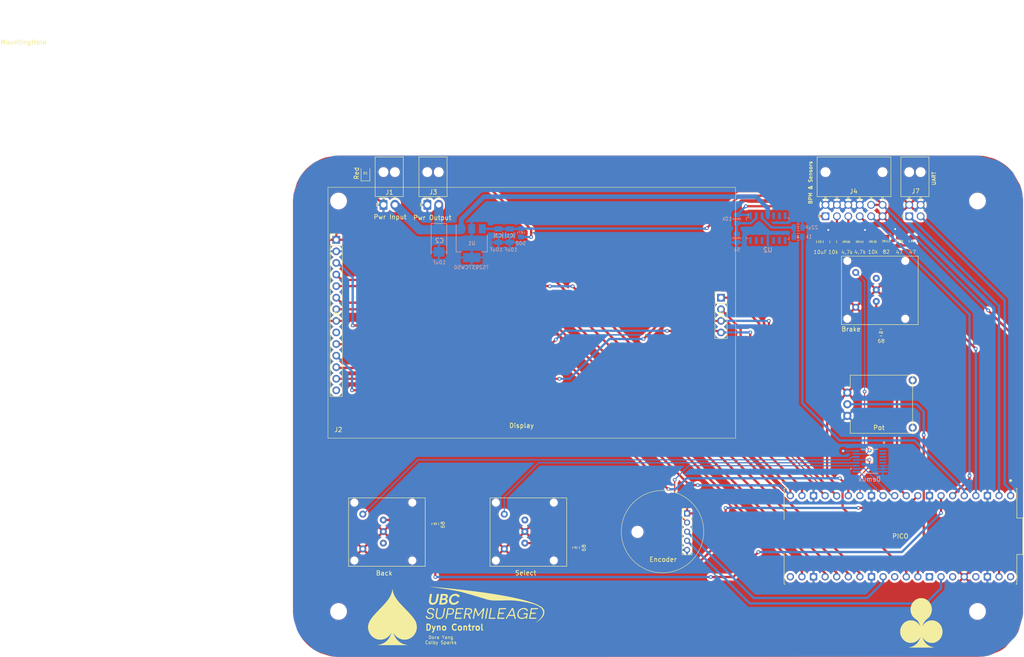
<source format=kicad_pcb>
(kicad_pcb (version 20221018) (generator pcbnew)
  (layers (0 "F.Cu" signal) (31 "B.Cu" signal) (34 "B.Paste" user) (35 "F.Paste" user) (36 "B.SilkS" user "B.Silkscreen") (37 "F.SilkS" user "F.Silkscreen") (38 "B.Mask" user) (39 "F.Mask" user) (44 "Edge.Cuts" user))
  (net 0 "")
  (net 1 "+3.3V")
  (net 2 "/UART_TX")
  (net 3 "/UART_RX")
  (net 4 "Earth")
  (net 5 "/OP_IN")
  (net 6 "/BPM_CTRL_OUT")
  (net 7 "/BTN_BRAKE")
  (net 8 "/LED_BACK")
  (net 9 "/LED_SELECT")
  (net 10 "/LED_BRAKE")
  (net 11 "/MISO_1")
  (net 12 "/SD_CS")
  (net 13 "/SCLK_1")
  (net 14 "/MOSI_1")
  (net 15 "/MISO_0")
  (net 16 "/LCD_CS")
  (net 17 "/SCLK_0")
  (net 18 "/MOSI_0")
  (net 19 "/LCD_RST")
  (net 20 "/LCD_DC")
  (net 21 "/ROT_EN_A")
  (net 23 "/FORCE_IN")
  (net 24 "/BPM_CTRL_IN")
  (net 26 "/ROT_EN_B")
  (net 29 "+5V")
  (net 31 "+24V")
  (net 32 "Net-(U2-+)")
  (net 33 "/BPM_CTRL")
  (net 34 "/FORCE_SIG")
  (net 35 "/OP_CATHODE")
  (net 36 "/OP_SIG")
  (net 37 "Net-(D1-A)")
  (net 38 "/DEMUX_S0")
  (net 39 "/DEMUX_S1")
  (net 40 "/DEMUX_OUT")
  (net 41 "/TOUCH_CS")
  (net 43 "Net-(S3-L1_Y)")
  (net 44 "Net-(U2--)")
  (net 48 "Net-(S1-L2_G)")
  (net 49 "Net-(R10-Pad1)")
  (net 50 "Net-(S2-L1_Y)")
  (net 51 "/BTN_BACK")
  (net 52 "/BTN_SELECT")
  (net 53 "/ROT_EN_SW")
  (net 54 "/KILL_SW")
  (footprint "MountingHole:MountingHole_3.2mm_M3" (layer "F.Cu") (at 72.5 132.5)
    (fp_text reference "H3")
    (fp_text value "MountingHole")
  )
  (footprint "custom_connectors:ILI9351_Large_Display" (layer "F.Cu") (at 112.386 67.002)
    (fp_text reference "J2")
    (fp_text value "Display")
  )
  (footprint "Capacitor_SMD:C_0805_2012Metric" (layer "F.Cu") (at 177.95 51.45 90)
    (fp_text reference "C5")
    (fp_text value "10uF")
  )
  (footprint "LOGO" (layer "F.Cu") (at 84.417009 133.742791)
    (fp_text reference "G***")
    (fp_text value "LOGO" hide)
  )
  (footprint "Connector_Molex:Molex_Nano-Fit_105314-xx12_2x06_P2.50mm_Horizontal" (layer "F.Cu") (at 179.19 45.845 90)
    (fp_text reference "J4")
    (fp_text value "BPM & Sensors")
  )
  (footprint "Resistor_SMD:R_0805_2012Metric" (layer "F.Cu") (at 195.354284 51.3375 90)
    (fp_text reference "R10")
    (fp_text value "47")
  )
  (footprint "MountingHole:MountingHole_3.2mm_M3" (layer "F.Cu") (at 3.475 3.475)
    (fp_text reference "H5")
    (fp_text value "MountingHole")
  )
  (footprint "Resistor_SMD:R_0805_2012Metric" (layer "F.Cu") (at 186.667142 51.45 90)
    (fp_text reference "R14")
    (fp_text value "4.7k")
  )
  (footprint "MountingHole:MountingHole_2.2mm_M2" (layer "F.Cu") (at 138 115.05)
    (fp_text reference "H6")
    (fp_text value "MountingHole")
  )
  (footprint "Connector_Molex:Molex_Nano-Fit_105314-xx04_2x02_P2.50mm_Horizontal" (layer "F.Cu") (at 197.54 45.845 90)
    (fp_text reference "J7")
    (fp_text value "UART")
  )
  (footprint "LOGO" (layer "F.Cu") (at 104.417009 131.742791)
    (fp_text reference "G***")
    (fp_text value "LOGO" hide)
  )
  (footprint "LP11EE1NCSYG:LP11EE1NCSYG" (layer "F.Cu") (at 182.695 54.595)
    (fp_text reference "S3")
    (fp_text value "Brake")
  )
  (footprint "Raspberry_Pi_Pico_W_Kicad_Files-main:MODULE_SC0918" (layer "F.Cu") (at 195.62 116 -90)
    (fp_text reference "A1")
    (fp_text value "PICO")
  )
  (footprint "Connector_Molex:Molex_Nano-Fit_105313-xx02_1x02_P2.50mm_Horizontal" (layer "F.Cu") (at 91.95 43.34 90)
    (fp_text reference "J3")
    (fp_text value "Pwr Output")
  )
  (footprint "Resistor_SMD:R_0805_2012Metric" (layer "F.Cu") (at 93.7 113.3 -90)
    (fp_text reference "R2")
    (fp_text value "68")
  )
  (footprint "Resistor_SMD:R_0805_2012Metric" (layer "F.Cu") (at 192.45857 51.3375 -90)
    (fp_text reference "R11")
    (fp_text value "82")
  )
  (footprint "LP11EE1NCSYG:LP11EE1NCSYG" (layer "F.Cu") (at 74.695 107.595)
    (fp_text reference "S1")
    (fp_text value "Back")
  )
  (footprint "Resistor_SMD:R_0805_2012Metric" (layer "F.Cu") (at 189.562856 51.435 90)
    (fp_text reference "R13")
    (fp_text value "10k")
  )
  (footprint "Resistor_SMD:R_0805_2012Metric" (layer "F.Cu") (at 191.35 71.35)
    (fp_text reference "R6")
    (fp_text value "68")
  )
  (footprint "LP11EE1NCSYG:LP11EE1NCSYG" (layer "F.Cu") (at 105.695 107.595)
    (fp_text reference "S2")
    (fp_text value "Select")
  )
  (footprint "MountingHole:MountingHole_3.2mm_M3" (layer "F.Cu") (at 72.5 42.5)
    (fp_text reference "H4")
    (fp_text value "MountingHole")
  )
  (footprint "Connector_Molex:Molex_Nano-Fit_105313-xx02_1x02_P2.50mm_Horizontal" (layer "F.Cu") (at 82.35 43.34 90)
    (fp_text reference "J1")
    (fp_text value "Pwr Input")
  )
  (footprint "MountingHole:MountingHole_3.2mm_M3" (layer "F.Cu") (at 212.5 132.5)
    (fp_text reference "H1")
    (fp_text value "MountingHole")
  )
  (footprint "custom_connectors:RotaryEncoder_Dyno" (layer "F.Cu") (at 131.693963 122.9874)
    (fp_text reference "J6")
    (fp_text value "Encoder")
  )
  (footprint "Resistor_SMD:R_0805_2012Metric" (layer "F.Cu") (at 183.771428 51.45 90)
    (fp_text reference "R16")
    (fp_text value "4.7k")
  )
  (footprint "Resistor_SMD:R_0805_2012Metric" (layer "F.Cu") (at 124.55 118.5 -90)
    (fp_text reference "R1")
    (fp_text value "68")
  )
  (footprint "Resistor_SMD:R_0805_2012Metric" (layer "F.Cu") (at 180.875714 51.45 90)
    (fp_text reference "R17")
    (fp_text value "10k")
  )
  (footprint "Resistor_SMD:R_0805_2012Metric" (layer "F.Cu") (at 198.25 51.3375 -90)
    (fp_text reference "R9")
    (fp_text value "47")
  )
  (footprint "LED_SMD:LED_0805_2012Metric" (layer "F.Cu") (at 78.4 36.4 90)
    (fp_text reference "D1")
    (fp_text value "Red")
  )
  (footprint "LOGO" (layer "F.Cu") (at 200.3 135)
    (fp_text reference "G***")
    (fp_text value "LOGO" hide)
  )
  (footprint "Potentiometer_THT:Potentiometer_Vishay_148-149_Single_Vertical_1" (layer "F.Cu") (at 184.6795 80.7262)
    (fp_text reference "RV1")
    (fp_text value "Pot")
  )
  (footprint "MountingHole:MountingHole_3.2mm_M3" (layer "F.Cu") (at 212.5 42.5)
    (fp_text reference "H2")
    (fp_text value "MountingHole")
  )
  (footprint "Resistor_SMD:R_0805_2012Metric" (layer "B.Cu") (at 159.75 50.65 -90)
    (fp_text reference "R12")
    (fp_text value "5k")
  )
  (footprint "74HC4052PW-footprints_LOCAL:TSSOP16_5P1X4P5_NEX" (layer "B.Cu") (at 188.82265 99.575002 180)
    (property "VALUE" "74HC4052")
    (fp_text reference "U3")
    (fp_text value "Demux")
  )
  (footprint "Resistor_SMD:R_0805_2012Metric" (layer "B.Cu") (at 173.2 50.35)
    (fp_text reference "R8")
    (fp_text value "1k")
  )
  (footprint "Package_TO_SOT_SMD:SOT-223-3_TabPin2" (layer "B.Cu") (at 101.675 51.75 -90)
    (fp_text reference "U1")
    (fp_text value "TS2937CW50")
  )
  (footprint "Capacitor_Tantalum_SMD:CP_EIA-6032-20_AVX-F" (layer "B.Cu") (at 94.5 51.2 -90)
    (fp_text reference "C2")
    (fp_text value "10uF")
  )
  (footprint "Capacitor_SMD:C_0805_2012Metric" (layer "B.Cu") (at 173.2 48.3)
    (fp_text reference "C4")
    (fp_text value "22uF")
  )
  (footprint "Resistor_SMD:R_0805_2012Metric" (layer "B.Cu") (at 159.8 46.45 90)
    (fp_text reference "R15")
    (fp_text value "10k")
  )
  (footprint "SOIC:SOIC-14_W3.9mm" (layer "B.Cu") (at 166.55 48.45)
    (fp_text reference "U2")
    (fp_text value "LM324")
  )
  (footprint "Capacitor_SMD:C_1206_3216Metric" (layer "B.Cu") (at 110.03 50.085 -90)
    (fp_text reference "C1")
    (fp_text value "10uF")
  )
  (footprint "Capacitor_SMD:C_1206_3216Metric" (layer "B.Cu") (at 107.545 50.085 -90)
    (fp_text reference "C3")
    (fp_text value "10uF")
  )
  (footprint "Resistor_SMD:R_0805_2012Metric" (layer "B.Cu") (at 112.5 49.47 90)
    (fp_text reference "R7")
    (fp_text value "500")
  )
  (gr_arc (start 222.5 132.5) (mid 219.571068 139.571068) (end 212.5 142.5) (stroke (width 0.05)) (layer "Edge.Cuts"))
  (gr_arc (start 72.5 142.5) (mid 65.428932 139.571068) (end 62.5 132.5) (stroke (width 0.05)) (layer "Edge.Cuts"))
  (gr_line (start 222.5 132.5) (end 222.5 42.5) (stroke (width 0.05)) (layer "Edge.Cuts"))
  (gr_line (start 72.5 142.5) (end 212.5 142.5) (stroke (width 0.05)) (layer "Edge.Cuts"))
  (gr_arc (start 212.5 32.5) (mid 219.571068 35.428932) (end 222.5 42.5) (stroke (width 0.05)) (layer "Edge.Cuts"))
  (gr_arc (start 62.5 42.5) (mid 65.428932 35.428932) (end 72.5 32.5) (stroke (width 0.05)) (layer "Edge.Cuts"))
  (gr_line (start 212.5 32.5) (end 72.5 32.5) (stroke (width 0.05)) (layer "Edge.Cuts"))
  (gr_line (start 62.5 42.5) (end 62.5 132.5) (stroke (width 0.05)) (layer "Edge.Cuts"))
  (gr_text "Dora Yang\nColby Sparks\n" (at 94.917009 138.742791) (layer "F.SilkS") (effects (font (size 0.7 0.7) (thickness 0.1))))
  (gr_text "Dyno Control\n" (at 97.917009 136) (layer "F.SilkS") (effects (font (size 1.3 1.3) (thickness 0.25))))
  (via (at 183.05 97.3) (size 0.8) (drill 0.4) (layers "F.Cu" "B.Cu") (net 1))
  (segment (start 185.8953 97.300003) (end 183.05 97.3) (width 0.2) (layer "B.Cu") (net 1))
  (segment (start 219.75 105.918) (end 219.75 107.11) (width 0.5) (layer "B.Cu") (net 2))
  (segment (start 218.45 104.618) (end 219.75 105.918) (width 0.5) (layer "B.Cu") (net 2))
  (segment (start 200.04 45.845) (end 218.45 64.255) (width 0.5) (layer "B.Cu") (net 2))
  (segment (start 218.45 64.255) (end 218.45 104.618) (width 0.5) (layer "B.Cu") (net 2))
  (segment (start 197.54 45.845) (end 217.21 65.515) (width 0.5) (layer "B.Cu") (net 3))
  (segment (start 217.21 65.515) (end 217.21 107.11) (width 0.5) (layer "B.Cu") (net 3))
  (segment (start 187.85 48.85) (end 187.85 48.8) (width 0.5) (layer "F.Cu") (net 4))
  (segment (start 195.354284 49.554284) (end 195.354284 50.425) (width 0.5) (layer "F.Cu") (net 4))
  (segment (start 187.85 48.8) (end 187.9 48.85) (width 0.5) (layer "F.Cu") (net 4))
  (segment (start 78.4 37.3375) (end 78.4 39.39) (width 0.5) (layer "F.Cu") (net 4))
  (segment (start 194.45 48.65) (end 195.354284 49.554284) (width 0.5) (layer "F.Cu") (net 4))
  (segment (start 187.9 48.85) (end 187.85 48.85) (width 0.5) (layer "F.Cu") (net 4))
  (segment (start 189.562856 50.5225) (end 189.5225 50.5225) (width 0.5) (layer "F.Cu") (net 4))
  (segment (start 179.8 48.85) (end 180.875714 49.925714) (width 0.5) (layer "F.Cu") (net 4))
  (segment (start 177.95 50.5) (end 180.838214 50.5) (width 0.5) (layer "F.Cu") (net 4))
  (segment (start 180.838214 50.5) (end 180.875714 50.5375) (width 0.25) (layer "F.Cu") (net 4))
  (segment (start 78.4 39.39) (end 82.35 43.34) (width 0.5) (layer "F.Cu") (net 4))
  (segment (start 180.875714 49.925714) (end 180.875714 50.5375) (width 0.5) (layer "F.Cu") (net 4))
  (segment (start 189.5225 50.5225) (end 187.85 48.85) (width 0.5) (layer "F.Cu") (net 4))
  (via (at 187.85 48.85) (size 0.8) (drill 0.4) (layers "F.Cu" "B.Cu") (net 4))
  (via (at 194.45 48.65) (size 0.8) (drill 0.4) (layers "F.Cu" "B.Cu") (net 4))
  (via (at 179.8 48.85) (size 0.8) (drill 0.4) (layers "F.Cu" "B.Cu") (net 4))
  (segment (start 191.75 100.550001) (end 193.199999 100.550001) (width 0.2) (layer "B.Cu") (net 4))
  (segment (start 101.675 48.6) (end 101.675 54.9) (width 0.5) (layer "B.Cu") (net 4))
  (segment (start 193.199999 100.550001) (end 193.2 100.55) (width 0.2) (layer "B.Cu") (net 4))
  (segment (start 212.107678 74.892322) (end 189.562856 52.3475) (width 0.5) (layer "F.Cu") (net 5))
  (segment (start 186.667142 52.3625) (end 189.547856 52.3625) (width 0.5) (layer "F.Cu") (net 5))
  (segment (start 189.547856 52.3625) (end 189.562856 52.3475) (width 0.5) (layer "F.Cu") (net 5))
  (via (at 212.107678 74.892322) (size 0.8) (drill 0.4) (layers "F.Cu" "B.Cu") (net 5))
  (segment (start 212.107678 74.892322) (end 212.13 74.914644) (width 0.5) (layer "B.Cu") (net 5))
  (segment (start 212.13 74.914644) (end 212.13 107.11) (width 0.5) (layer "B.Cu") (net 5))
  (segment (start 198.672 95) (end 182.3 95) (width 0.5) (layer "B.Cu") (net 6))
  (segment (start 174.1125 86.8125) (end 174.1125 50.35) (width 0.5) (layer "B.Cu") (net 6))
  (segment (start 209.59 105.918) (end 198.672 95) (width 0.5) (layer "B.Cu") (net 6))
  (segment (start 209.59 107.11) (end 209.59 105.918) (width 0.5) (layer "B.Cu") (net 6))
  (segment (start 182.3 95) (end 174.1125 86.8125) (width 0.5) (layer "B.Cu") (net 6))
  (segment (start 188.85 97.05) (end 188.85 97.2) (width 0.2) (layer "F.Cu") (net 7))
  (segment (start 187.75 84.3) (end 187.75 95.95) (width 0.2) (layer "F.Cu") (net 7))
  (segment (start 187.75 95.95) (end 188.85 97.05) (width 0.2) (layer "F.Cu") (net 7))
  (segment (start 188.8 97.15) (end 188.8 97) (width 0.2) (layer "F.Cu") (net 7))
  (segment (start 188.85 97.2) (end 188.8 97.15) (width 0.2) (layer "F.Cu") (net 7))
  (via (at 188.85 97.2) (size 0.8) (drill 0.4) (layers "F.Cu" "B.Cu") (net 7))
  (via (at 187.75 84.3) (size 0.8) (drill 0.4) (layers "F.Cu" "B.Cu") (net 7))
  (segment (start 187.75 84.3) (end 187.75 60.1) (width 0.2) (layer "B.Cu") (net 7))
  (segment (start 187.75 60.1) (end 185.815 58.165) (width 0.2) (layer "B.Cu") (net 7))
  (segment (start 188.85 97.2) (end 188.099996 97.950004) (width 0.2) (layer "B.Cu") (net 7))
  (segment (start 188.099996 97.950004) (end 185.8953 97.950004) (width 0.2) (layer "B.Cu") (net 7))
  (segment (start 93.7 124.95) (end 93.7 114.2125) (width 0.508) (layer "F.Cu") (net 8))
  (segment (start 204.5 107.12) (end 204.51 107.11) (width 0.508) (layer "F.Cu") (net 8))
  (segment (start 154.05 124.95) (end 159 124.95) (width 0.508) (layer "F.Cu") (net 8))
  (segment (start 159 124.95) (end 164.48 119.47) (width 0.508) (layer "F.Cu") (net 8))
  (segment (start 204.5 110.9) (end 204.5 107.12) (width 0.508) (layer "F.Cu") (net 8))
  (via (at 154.05 124.95) (size 0.8) (drill 0.4) (layers "F.Cu" "B.Cu") (net 8))
  (via (at 164.48 119.47) (size 0.8) (drill 0.4) (layers "F.Cu" "B.Cu") (net 8))
  (via (at 204.5 110.9) (size 0.8) (drill 0.4) (layers "F.Cu" "B.Cu") (net 8))
  (via (at 93.7 124.95) (size 0.8) (drill 0.4) (layers "F.Cu" "B.Cu") (net 8))
  (segment (start 93.7 124.95) (end 154.05 124.95) (width 0.508) (layer "B.Cu") (net 8))
  (segment (start 195.93 119.47) (end 204.5 110.9) (width 0.508) (layer "B.Cu") (net 8))
  (segment (start 164.48 119.47) (end 195.93 119.47) (width 0.508) (layer "B.Cu") (net 8))
  (segment (start 126.27 123.12) (end 124.55 121.4) (width 0.508) (layer "F.Cu") (net 9))
  (segment (start 186.4 109.8) (end 196.74 109.8) (width 0.508) (layer "F.Cu") (net 9))
  (segment (start 150.13 123.12) (end 126.27 123.12) (width 0.508) (layer "F.Cu") (net 9))
  (segment (start 157.3 109.8) (end 157.3 115.95) (width 0.508) (layer "F.Cu") (net 9))
  (segment (start 157.3 115.95) (end 150.13 123.12) (width 0.508) (layer "F.Cu") (net 9))
  (segment (start 196.74 109.8) (end 199.43 107.11) (width 0.508) (layer "F.Cu") (net 9))
  (segment (start 124.55 121.4) (end 124.55 119.625) (width 0.508) (layer "F.Cu") (net 9))
  (via (at 186.4 109.8) (size 0.8) (drill 0.4) (layers "F.Cu" "B.Cu") (net 9))
  (via (at 157.3 109.8) (size 0.8) (drill 0.4) (layers "F.Cu" "B.Cu") (net 9))
  (segment (start 186.4 109.8) (end 157.3 109.8) (width 0.508) (layer "B.Cu") (net 9))
  (segment (start 194.85 105.07) (end 196.89 107.11) (width 0.5) (layer "F.Cu") (net 10))
  (segment (start 194.85 73.9375) (end 194.85 105.07) (width 0.5) (layer "F.Cu") (net 10))
  (segment (start 192.2625 71.35) (end 194.85 73.9375) (width 0.5) (layer "F.Cu") (net 10))
  (segment (start 143.32 68.78) (end 139.4 72.7) (width 0.5) (layer "F.Cu") (net 11))
  (segment (start 166.78 68.78) (end 166.8 68.8) (width 0.5) (layer "F.Cu") (net 11))
  (segment (start 166.8 92.301881) (end 181.65 107.151881) (width 0.5) (layer "F.Cu") (net 11))
  (segment (start 120.9 81.48) (end 72 81.48) (width 0.5) (layer "F.Cu") (net 11))
  (segment (start 156.3 68.78) (end 143.32 68.78) (width 0.5) (layer "F.Cu") (net 11))
  (segment (start 166.8 68.8) (end 166.8 92.301881) (width 0.5) (layer "F.Cu") (net 11))
  (via (at 139.308307 72.761576) (size 0.8) (drill 0.4) (layers "F.Cu" "B.Cu") (net 11))
  (via (at 120.9 81.48) (size 0.8) (drill 0.4) (layers "F.Cu" "B.Cu") (net 11))
  (via (at 166.78 68.78) (size 0.8) (drill 0.4) (layers "F.Cu" "B.Cu") (net 11))
  (segment (start 120.9 81.48) (end 123.12 81.48) (width 0.5) (layer "B.Cu") (net 11))
  (segment (start 166.78 68.78) (end 156.3 68.78) (width 0.5) (layer "B.Cu") (net 11))
  (segment (start 123.12 81.48) (end 131.838424 72.761576) (width 0.5) (layer "B.Cu") (net 11))
  (segment (start 131.838424 72.761576) (end 139.308307 72.761576) (width 0.5) (layer "B.Cu") (net 11))
  (segment (start 164.7 69.4) (end 159 63.7) (width 0.5) (layer "F.Cu") (net 12))
  (segment (start 179.11 107.11) (end 164.7 92.7) (width 0.5) (layer "F.Cu") (net 12))
  (segment (start 159 63.7) (end 156.3 63.7) (width 0.5) (layer "F.Cu") (net 12))
  (segment (start 164.7 92.7) (end 164.7 69.4) (width 0.5) (layer "F.Cu") (net 12))
  (segment (start 174.03 105.43) (end 174.03 107.11) (width 0.5) (layer "F.Cu") (net 13))
  (segment (start 162.7 71.34) (end 162.7 94.1) (width 0.5) (layer "F.Cu") (net 13))
  (segment (start 162.72 71.32) (end 162.7 71.34) (width 0.5) (layer "F.Cu") (net 13))
  (segment (start 120.1 72.9) (end 119.1 73.9) (width 0.5) (layer "F.Cu") (net 13))
  (segment (start 144.5 70.95) (end 144.55 71) (width 0.5) (layer "F.Cu") (net 13))
  (segment (start 155.98 71) (end 156.3 71.32) (width 0.5) (layer "F.Cu") (net 13))
  (segment (start 119.1 73.9) (end 72.04 73.9) (width 0.5) (layer "F.Cu") (net 13))
  (segment (start 72.04 73.9) (end 72 73.86) (width 0.5) (layer "F.Cu") (net 13))
  (segment (start 162.7 94.1) (end 174.03 105.43) (width 0.5) (layer "F.Cu") (net 13))
  (segment (start 144.55 71) (end 155.98 71) (width 0.5) (layer "F.Cu") (net 13))
  (via (at 144.5 70.95) (size 0.8) (drill 0.4) (layers "F.Cu" "B.Cu") (net 13))
  (via (at 162.72 71.32) (size 0.8) (drill 0.4) (layers "F.Cu" "B.Cu") (net 13))
  (via (at 120.1 72.9) (size 0.8) (drill 0.4) (layers "F.Cu" "B.Cu") (net 13))
  (segment (start 162.72 71.32) (end 156.3 71.32) (width 0.5) (layer "B.Cu") (net 13))
  (segment (start 144.5 70.95) (end 122.05 70.95) (width 0.5) (layer "B.Cu") (net 13))
  (segment (start 122.05 70.95) (end 120.1 72.9) (width 0.5) (layer "B.Cu") (net 13))
  (segment (start 149.4 104.8) (end 123.7 79.1) (width 0.508) (layer "F.Cu") (net 14))
  (segment (start 123.7 79.1) (end 72.16 79.1) (width 0.508) (layer "F.Cu") (net 14))
  (segment (start 151.2 104.8) (end 149.4 104.8) (width 0.508) (layer "F.Cu") (net 14))
  (segment (start 171.49 107.11) (end 171.49 105.39) (width 0.5) (layer "F.Cu") (net 14))
  (segment (start 160.6 94.5) (end 160.6 70.54) (width 0.5) (layer "F.Cu") (net 14))
  (segment (start 72.16 79.1) (end 72 78.94) (width 0.508) (layer "F.Cu") (net 14))
  (segment (start 160.6 70.54) (end 156.3 66.24) (width 0.5) (layer "F.Cu") (net 14))
  (segment (start 171.49 105.39) (end 160.6 94.5) (width 0.5) (layer "F.Cu") (net 14))
  (via (at 151.2 104.8) (size 0.8) (drill 0.4) (layers "F.Cu" "B.Cu") (net 14))
  (segment (start 151.2 104.8) (end 151.25 104.85) (width 0.508) (layer "B.Cu") (net 14))
  (segment (start 169.23 104.85) (end 171.49 107.11) (width 0.508) (layer "B.Cu") (net 14))
  (segment (start 151.25 104.85) (end 169.23 104.85) (width 0.508) (layer "B.Cu") (net 14))
  (segment (start 174.03 123.698) (end 120.132 69.8) (width 0.508) (layer "F.Cu") (net 16))
  (segment (start 120.132 69.8) (end 75.6 69.8) (width 0.508) (layer "F.Cu") (net 16))
  (segment (start 174.03 123.698) (end 174.03 124.89) (width 0.508) (layer "F.Cu") (net 16))
  (via (at 75.6 69.8) (size 0.8) (drill 0.4) (layers "F.Cu" "B.Cu") (net 16))
  (segment (start 75.6 59.3) (end 72.694 56.394) (width 0.508) (layer "B.Cu") (net 16))
  (segment (start 75.6 69.8) (end 75.6 59.3) (width 0.508) (layer "B.Cu") (net 16))
  (segment (start 121.236896 66.24) (end 179.11 124.113104) (width 0.508) (layer "F.Cu") (net 17))
  (segment (start 179.11 124.113104) (end 179.11 124.89) (width 0.508) (layer "F.Cu") (net 17))
  (segment (start 72 66.24) (end 121.236896 66.24) (width 0.508) (layer "F.Cu") (net 17))
  (segment (start 181.65 124.05) (end 122.4 64.8) (width 0.508) (layer "F.Cu") (net 18))
  (segment (start 181.65 124.89) (end 181.65 124.05) (width 0.508) (layer "F.Cu") (net 18))
  (segment (start 73.1 64.8) (end 72 63.7) (width 0.508) (layer "F.Cu") (net 18))
  (segment (start 122.4 64.8) (end 73.1 64.8) (width 0.508) (layer "F.Cu") (net 18))
  (segment (start 184.19 124.19) (end 119.8 59.8) (width 0.508) (layer "F.Cu") (net 19))
  (segment (start 184.19 124.89) (end 184.19 124.19) (width 0.508) (layer "F.Cu") (net 19))
  (segment (start 73.18 59.8) (end 72 58.62) (width 0.508) (layer "F.Cu") (net 19))
  (segment (start 119.8 59.8) (end 73.18 59.8) (width 0.508) (layer "F.Cu") (net 19))
  (segment (start 118.77 61.16) (end 118.81 61.2) (width 0.508) (layer "F.Cu") (net 20))
  (segment (start 123.806576 61.2) (end 186.73 124.123424) (width 0.508) (layer "F.Cu") (net 20))
  (segment (start 72 61.16) (end 118.77 61.16) (width 0.508) (layer "F.Cu") (net 20))
  (segment (start 123.8 61.2) (end 123.806576 61.2) (width 0.508) (layer "F.Cu") (net 20))
  (segment (start 186.73 124.123424) (end 186.73 124.89) (width 0.508) (layer "F.Cu") (net 20))
  (via (at 118.81 61.2) (size 0.8) (drill 0.4) (layers "F.Cu" "B.Cu") (net 20))
  (via (at 123.8 61.2) (size 0.8) (drill 0.4) (layers "F.Cu" "B.Cu") (net 20))
  (segment (start 118.81 61.2) (end 123.8 61.2) (width 0.5) (layer "B.Cu") (net 20))
  (segment (start 163.414763 129.55) (end 188.35 129.55) (width 0.5) (layer "B.Cu") (net 21))
  (segment (start 188.35 129.55) (end 191.81 126.09) (width 0.5) (layer "B.Cu") (net 21))
  (segment (start 191.81 126.09) (end 191.81 124.89) (width 0.5) (layer "B.Cu") (net 21))
  (segment (start 148.862963 114.9982) (end 163.414763 129.55) (width 0.5) (layer "B.Cu") (net 21))
  (segment (start 179.5511 56.582828) (end 179.5511 102.7511) (width 0.5) (layer "F.Cu") (net 23))
  (segment (start 183.771428 52.3625) (end 179.5511 56.582828) (width 0.5) (layer "F.Cu") (net 23))
  (segment (start 182.936 109.744) (end 196.89 123.698) (width 0.5) (layer "F.Cu") (net 23))
  (segment (start 182.936 106.136) (end 182.936 109.744) (width 0.5) (layer "F.Cu") (net 23))
  (segment (start 183.771428 52.3625) (end 180.875714 52.3625) (width 0.5) (layer "F.Cu") (net 23))
  (segment (start 179.5511 102.7511) (end 182.936 106.136) (width 0.5) (layer "F.Cu") (net 23))
  (segment (start 180.875714 52.3625) (end 177.9875 52.3625) (width 0.5) (layer "F.Cu") (net 23))
  (segment (start 177.9875 52.3625) (end 177.95 52.4) (width 0.5) (layer "F.Cu") (net 23))
  (segment (start 196.89 123.698) (end 196.89 124.89) (width 0.5) (layer "F.Cu") (net 23))
  (segment (start 200.72 93.8) (end 200.72 122.38) (width 0.5) (layer "F.Cu") (net 24))
  (segment (start 199.43 123.67) (end 199.43 124.89) (width 0.5) (layer "F.Cu") (net 24))
  (segment (start 200.72 122.38) (end 199.43 123.67) (width 0.5) (layer "F.Cu") (net 24))
  (via (at 200.72 93.8) (size 0.8) (drill 0.4) (layers "F.Cu" "B.Cu") (net 24))
  (segment (start 200.72 93.8) (end 200.75 93.77) (width 0.5) (layer "B.Cu") (net 24))
  (segment (start 200.75 93.77) (end 200.75 88.7) (width 0.5) (layer "B.Cu") (net 24))
  (segment (start 199.114 87.064) (end 183.9811 87.064) (width 0.5) (layer "B.Cu") (net 24))
  (segment (start 200.72 88.67) (end 199.114 87.064) (width 0.5) (layer "B.Cu") (net 24))
  (segment (start 200.72 93.8) (end 200.72 88.67) (width 0.5) (layer "B.Cu") (net 24))
  (segment (start 148.862963 116.9982) (end 162.614763 130.75) (width 0.5) (layer "B.Cu") (net 26))
  (segment (start 201.15 130.75) (end 204.51 127.39) (width 0.5) (layer "B.Cu") (net 26))
  (segment (start 204.51 127.39) (end 204.51 124.89) (width 0.5) (layer "B.Cu") (net 26))
  (segment (start 162.614763 130.75) (end 201.15 130.75) (width 0.5) (layer "B.Cu") (net 26))
  (segment (start 221.2 72.85) (end 221.2 112.45) (width 0.5) (layer "F.Cu") (net 29))
  (segment (start 214.85 66.5) (end 221.2 72.85) (width 0.5) (layer "F.Cu") (net 29))
  (segment (start 189.19 43.345) (end 191.69 43.345) (width 0.5) (layer "F.Cu") (net 29))
  (segment (start 160.3 41.35) (end 189.695 41.35) (width 0.508) (layer "F.Cu") (net 29))
  (segment (start 217.21 116.44) (end 217.21 124.89) (width 0.5) (layer "F.Cu") (net 29))
  (segment (start 221.2 112.45) (end 217.21 116.44) (width 0.5) (layer "F.Cu") (net 29))
  (segment (start 189.695 41.35) (end 191.69 43.345) (width 0.508) (layer "F.Cu") (net 29))
  (segment (start 153.2 48.45) (end 160.3 41.35) (width 0.508) (layer "F.Cu") (net 29))
  (via (at 214.85 66.5) (size 0.8) (drill 0.4) (layers "F.Cu" "B.Cu") (net 29))
  (via (at 153.2 48.45) (size 0.8) (drill 0.4) (layers "F.Cu" "B.Cu") (net 29))
  (segment (start 153.2 48.45) (end 153.1 48.55) (width 0.508) (layer "B.Cu") (net 29))
  (segment (start 112.4475 48.61) (end 112.5 48.5575) (width 0.508) (layer "B.Cu") (net 29))
  (segment (start 110.03 48.61) (end 112.4475 48.61) (width 0.508) (layer "B.Cu") (net 29))
  (segment (start 107.545 48.61) (end 110.03 48.61) (width 0.508) (layer "B.Cu") (net 29))
  (segment (start 107.535 48.6) (end 107.545 48.61) (width 0.508) (layer "B.Cu") (net 29))
  (segment (start 112.5075 48.55) (end 112.5 48.5575) (width 0.508) (layer "B.Cu") (net 29))
  (segment (start 103.975 48.6) (end 107.535 48.6) (width 0.508) (layer "B.Cu") (net 29))
  (segment (start 191.69 43.345) (end 191.695 43.345) (width 0.5) (layer "B.Cu") (net 29))
  (segment (start 191.695 43.345) (end 214.85 66.5) (width 0.5) (layer "B.Cu") (net 29))
  (segment (start 153.1 48.55) (end 112.5075 48.55) (width 0.508) (layer "B.Cu") (net 29))
  (segment (start 99.375 48.6) (end 99.225 48.75) (width 2) (layer "B.Cu") (net 31))
  (segment (start 99.375 48.6) (end 99.375 46.525) (width 1) (layer "B.Cu") (net 31))
  (segment (start 99.375 46.525) (end 104.35 41.55) (width 1) (layer "B.Cu") (net 31))
  (segment (start 104.35 41.55) (end 164 41.55) (width 1) (layer "B.Cu") (net 31))
  (segment (start 94.6375 48.6) (end 94.5 48.7375) (width 1) (layer "B.Cu") (net 31))
  (segment (start 94.7875 48.75) (end 94.6375 48.6) (width 2) (layer "B.Cu") (net 31))
  (segment (start 164 41.55) (end 166.55 44.1) (width 1) (layer "B.Cu") (net 31))
  (segment (start 90.2975 48.7875) (end 94.7 48.7875) (width 2) (layer "B.Cu") (net 31))
  (segment (start 94.45 48.5375) (end 94.7 48.7875) (width 2) (layer "B.Cu") (net 31))
  (segment (start 84.85 43.34) (end 90.2975 48.7875) (width 2) (layer "B.Cu") (net 31))
  (segment (start 99.225 48.75) (end 94.7875 48.75) (width 2) (layer "B.Cu") (net 31))
  (segment (start 166.55 44.1) (end 166.55 45.75) (width 1) (layer "B.Cu") (net 31))
  (segment (start 94.45 43.34) (end 94.45 48.5375) (width 2) (layer "B.Cu") (net 31))
  (segment (start 172.2875 50.35) (end 172.2875 48.3375) (width 0.5) (layer "B.Cu") (net 32))
  (segment (start 172.25 48.3) (end 167.355 48.3) (width 0.5) (layer "B.Cu") (net 32))
  (segment (start 172.2875 48.3375) (end 172.25 48.3) (width 0.5) (layer "B.Cu") (net 32))
  (segment (start 165.28 46.225) (end 165.28 45.75) (width 0.5) (layer "B.Cu") (net 32))
  (segment (start 167.355 48.3) (end 165.28 46.225) (width 0.5) (layer "B.Cu") (net 32))
  (segment (start 161.75 43.65) (end 173 43.65) (width 0.5) (layer "F.Cu") (net 33))
  (segment (start 173 43.65) (end 175.195 45.845) (width 0.5) (layer "F.Cu") (net 33))
  (segment (start 175.195 45.845) (end 179.19 45.845) (width 0.5) (layer "F.Cu") (net 33))
  (via (at 161.75 43.65) (size 0.8) (drill 0.4) (layers "F.Cu" "B.Cu") (net 33))
  (segment (start 162.5275 45.5375) (end 162.74 45.75) (width 0.5) (layer "B.Cu") (net 33))
  (segment (start 161.6875 43.65) (end 159.8 45.5375) (width 0.5) (layer "B.Cu") (net 33))
  (segment (start 159.8 45.5375) (end 162.5275 45.5375) (width 0.5) (layer "B.Cu") (net 33))
  (segment (start 161.75 43.65) (end 161.6875 43.65) (width 0.5) (layer "B.Cu") (net 33))
  (segment (start 181.69 48.456072) (end 183.771428 50.5375) (width 0.5) (layer "F.Cu") (net 34))
  (segment (start 181.69 45.845) (end 181.69 48.456072) (width 0.5) (layer "F.Cu") (net 34))
  (segment (start 189.845 49) (end 191.03357 49) (width 0.5) (layer "F.Cu") (net 35))
  (segment (start 186.69 45.845) (end 189.845 49) (width 0.5) (layer "F.Cu") (net 35))
  (segment (start 191.03357 49) (end 192.45857 50.425) (width 0.5) (layer "F.Cu") (net 35))
  (segment (start 184.19 48.060358) (end 186.667142 50.5375) (width 0.5) (layer "F.Cu") (net 36))
  (segment (start 184.19 45.845) (end 184.19 48.060358) (width 0.5) (layer "F.Cu") (net 36))
  (segment (start 81.45 38.45) (end 78.4625 35.4625) (width 0.5) (layer "F.Cu") (net 37))
  (segment (start 114.7 48.75) (end 104.4 38.45) (width 0.5) (layer "F.Cu") (net 37))
  (segment (start 78.4625 35.4625) (end 78.4 35.4625) (width 0.5) (layer "F.Cu") (net 37))
  (segment (start 114.7 50.4) (end 114.7 48.75) (width 0.5) (layer "F.Cu") (net 37))
  (segment (start 104.4 38.45) (end 81.45 38.45) (width 0.5) (layer "F.Cu") (net 37))
  (via (at 114.7 50.4) (size 0.8) (drill 0.4) (layers "F.Cu" "B.Cu") (net 37))
  (segment (start 112.5 50.3825) (end 114.6825 50.3825) (width 0.5) (layer "B.Cu") (net 37))
  (segment (start 114.6825 50.3825) (end 114.7 50.4) (width 0.5) (layer "B.Cu") (net 37))
  (segment (start 185.8953 101.200003) (end 187.750003 101.200003) (width 0.25) (layer "B.Cu") (net 38))
  (segment (start 187.750003 101.200003) (end 193.66 107.11) (width 0.25) (layer "B.Cu") (net 38))
  (segment (start 193.66 107.11) (end 194.35 107.11) (width 0.25) (layer "B.Cu") (net 38))
  (segment (start 185.8953 101.850001) (end 186.600001 101.850001) (width 0.25) (layer "B.Cu") (net 39))
  (segment (start 191.81 107.06) (end 191.81 107.11) (width 0.25) (layer "B.Cu") (net 39))
  (segment (start 186.600001 101.850001) (end 191.81 107.06) (width 0.25) (layer "B.Cu") (net 39))
  (segment (start 186.75 107.09) (end 186.73 107.11) (width 0.25) (layer "F.Cu") (net 40))
  (segment (start 188.799996 100.750004) (end 186.75 102.8) (width 0.25) (layer "F.Cu") (net 40))
  (segment (start 188.799996 99.250004) (end 188.799996 100.750004) (width 0.25) (layer "F.Cu") (net 40))
  (segment (start 186.75 102.8) (end 186.75 107.09) (width 0.25) (layer "F.Cu") (net 40))
  (via (at 188.799996 99.250004) (size 0.8) (drill 0.4) (layers "F.Cu" "B.Cu") (net 40))
  (segment (start 185.8953 99.250004) (end 188.799996 99.250004) (width 0.25) (layer "B.Cu") (net 40))
  (segment (start 182.35 103.3) (end 182.3 103.3) (width 0.5) (layer "F.Cu") (net 41))
  (segment (start 182.35 103.35) (end 182.35 103.3) (width 0.5) (layer "F.Cu") (net 41))
  (segment (start 184.19 107.11) (end 184.19 105.19) (width 0.5) (layer "F.Cu") (net 41))
  (segment (start 144.8 105.7) (end 144.7 105.7) (width 0.5) (layer "F.Cu") (net 41))
  (segment (start 184.19 105.19) (end 182.35 103.35) (width 0.5) (layer "F.Cu") (net 41))
  (segment (start 144.7 105.7) (end 123 84) (width 0.5) (layer "F.Cu") (net 41))
  (segment (start 182.3 103.3) (end 182.4 103.4) (width 0.5) (layer "F.Cu") (net 41))
  (segment (start 123 84) (end 75.45 84) (width 0.5) (layer "F.Cu") (net 41))
  (via (at 75.45 84) (size 0.8) (drill 0.4) (layers "F.Cu" "B.Cu") (net 41))
  (via (at 144.8 105.7) (size 0.8) (drill 0.4) (layers "F.Cu" "B.Cu") (net 41))
  (via (at 182.35 103.3) (size 0.8) (drill 0.4) (layers "F.Cu" "B.Cu") (net 41))
  (segment (start 146.35 105.7) (end 148.75 103.3) (width 0.5) (layer "B.Cu") (net 41))
  (segment (start 144.8 105.7) (end 146.35 105.7) (width 0.5) (layer "B.Cu") (net 41))
  (segment (start 75.45 79.85) (end 72 76.4) (width 0.5) (layer "B.Cu") (net 41))
  (segment (start 148.75 103.3) (end 182.35 103.3) (width 0.5) (layer "B.Cu") (net 41))
  (segment (start 75.45 84) (end 75.45 79.85) (width 0.5) (layer "B.Cu") (net 41))
  (segment (start 190.315 71.2275) (end 190.4375 71.35) (width 0.5) (layer "F.Cu") (net 43))
  (segment (start 190.315 64.515) (end 190.315 71.2275) (width 0.5) (layer "F.Cu") (net 43))
  (segment (start 159.75 49.7375) (end 159.75 47.4125) (width 0.5) (layer "B.Cu") (net 44))
  (segment (start 164.01 46.225) (end 164.01 45.75) (width 0.5) (layer "B.Cu") (net 44))
  (segment (start 159.8 47.3625) (end 162.8725 47.3625) (width 0.5) (layer "B.Cu") (net 44))
  (segment (start 162.8725 47.3625) (end 164.01 46.225) (width 0.5) (layer "B.Cu") (net 44))
  (segment (start 159.75 47.4125) (end 159.8 47.3625) (width 0.5) (layer "B.Cu") (net 44))
  (segment (start 93.6525 112.435) (end 82.315 112.435) (width 0.5) (layer "F.Cu") (net 48))
  (segment (start 93.7 112.3875) (end 93.6525 112.435) (width 0.5) (layer "F.Cu") (net 48))
  (segment (start 195.354284 52.25) (end 198.25 52.25) (width 0.5) (layer "F.Cu") (net 49))
  (segment (start 192.45857 52.25) (end 195.354284 52.25) (width 0.5) (layer "F.Cu") (net 49))
  (segment (start 124.55 117.8) (end 124.265 117.515) (width 0.5) (layer "F.Cu") (net 50))
  (segment (start 124.265 117.515) (end 113.315 117.515) (width 0.5) (layer "F.Cu") (net 50))
  (segment (start 77.815 111.165) (end 77.985 111.165) (width 0.5) (layer "B.Cu") (net 51))
  (segment (start 184.337254 99.25) (end 184.987251 98.600003) (width 0.25) (layer "B.Cu") (net 51))
  (segment (start 77.985 111.165) (end 89.9 99.25) (width 0.25) (layer "B.Cu") (net 51))
  (segment (start 89.9 99.25) (end 184.337254 99.25) (width 0.25) (layer "B.Cu") (net 51))
  (segment (start 184.987251 98.600003) (end 185.8953 98.600003) (width 0.25) (layer "B.Cu") (net 51))
  (segment (start 116.349997 99.900003) (end 185.8953 99.900003) (width 0.25) (layer "B.Cu") (net 52))
  (segment (start 108.815 111.165) (end 108.815 107.435) (width 0.25) (layer "B.Cu") (net 52))
  (segment (start 108.815 107.435) (end 116.349997 99.900003) (width 0.25) (layer "B.Cu") (net 52))
  (segment (start 146.15 103.65) (end 146.15 110.285237) (width 0.25) (layer "F.Cu") (net 53))
  (segment (start 146.15 110.285237) (end 148.862963 112.9982) (width 0.25) (layer "F.Cu") (net 53))
  (via (at 146.15 103.65) (size 0.8) (drill 0.4) (layers "F.Cu" "B.Cu") (net 53))
  (segment (start 146.1 103.65) (end 149.199999 100.550001) (width 0.25) (layer "B.Cu") (net 53))
  (segment (start 146.15 103.65) (end 146.1 103.65) (width 0.25) (layer "B.Cu") (net 53))
  (segment (start 149.199999 100.550001) (end 185.8953 100.550001) (width 0.25) (layer "B.Cu") (net 53))
  (segment (start 210.75 103.41) (end 207.05 107.11) (width 0.5) (layer "F.Cu") (net 54))
  (segment (start 210.75 102.75) (end 210.75 103.41) (width 0.5) (layer "F.Cu") (net 54))
  (via (at 210.75 102.75) (size 0.8) (drill 0.4) (layers "F.Cu" "B.Cu") (net 54))
  (segment (start 210.75 67.405) (end 210.75 102.75) (width 0.5) (layer "B.Cu") (net 54))
  (segment (start 189.19 45.845) (end 210.75 67.405) (width 0.5) (layer "B.Cu") (net 54))
  (zone (net 1) (net_name "+3.3V") (layer "F.Cu") (priority 1) (connect_pads (clearance 0.508)) (min_thickness 0.25) (fill yes (thermal_gap 0.5) (thermal_bridge_width 0.5))
    (polygon (pts (xy 72.05 32.55) (xy 213.3 32.5) (xy 216.9 33.4) (xy 219.85 35.55) (xy 222.1 39.5) (xy 222.5 42.75) (xy 222.5 133.15) (xy 221.35 137.25) (xy 218.2 140.8) (xy 214.3 142.45) (xy 71.2 142.45) (xy 67.5 141.3) (xy 64.85 139.2) (xy 62.4 133.3) (xy 62.5 41.5) (xy 63.7 37.5) (xy 65.85 34.85) (xy 69.1 33.05)))
  )
  (zone (net 4) (net_name "Earth") (layer "B.Cu") (connect_pads (clearance 0.508)) (min_thickness 0.25) (fill yes (thermal_gap 0.5) (thermal_bridge_width 0.5))
    (polygon (pts (xy 62.45 126.4) (xy 62.5 41.5) (xy 64.05 37.05) (xy 67.15 33.95) (xy 71.75 32.5) (xy 212.7 32.5) (xy 217.3 33.75) (xy 220.15 36.05) (xy 222.25 40.2) (xy 222.7 43.75) (xy 222.45 45.8) (xy 222.55 133.1) (xy 221.1 137.75) (xy 218.5 140.25) (xy 214.7 142.35) (xy 71.75 142.5) (xy 67.3 141.1) (xy 63.8 137.75) (xy 62.45 133.5)))
  )
)
</source>
